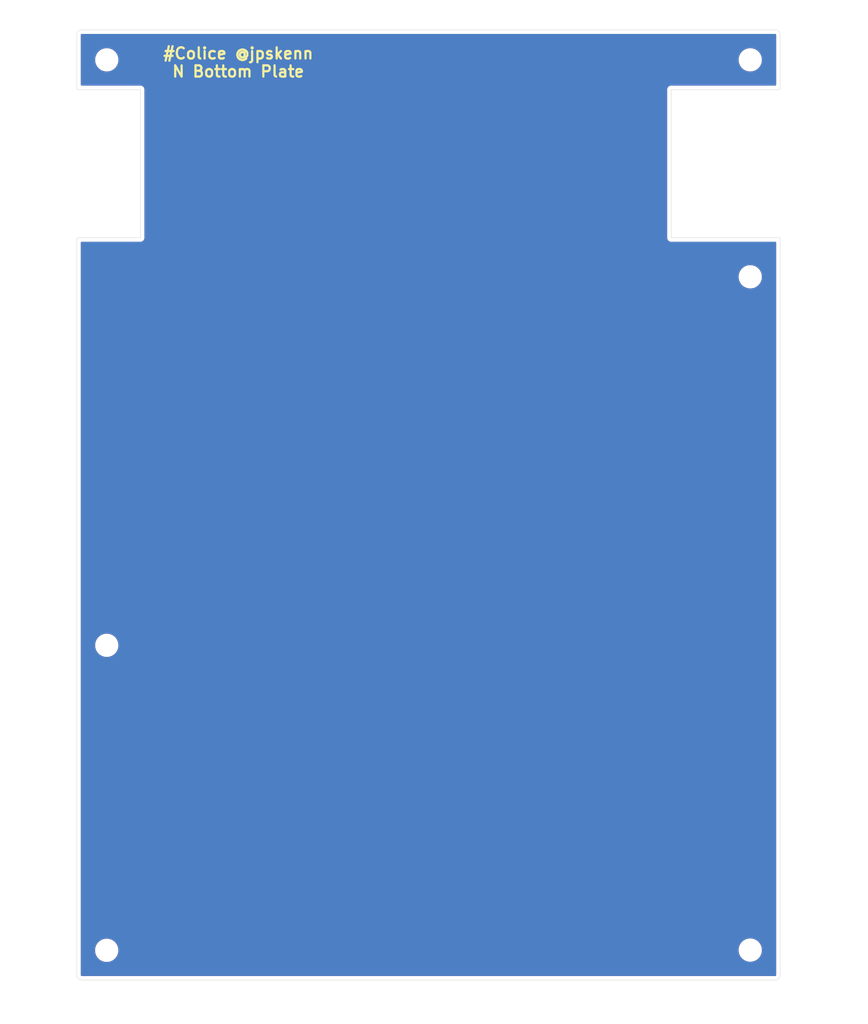
<source format=kicad_pcb>
(kicad_pcb (version 20171130) (host pcbnew "(5.1.5-0-10_14)")

  (general
    (thickness 1.6)
    (drawings 54)
    (tracks 0)
    (zones 0)
    (modules 6)
    (nets 1)
  )

  (page A4)
  (layers
    (0 F.Cu signal)
    (31 B.Cu signal)
    (32 B.Adhes user)
    (33 F.Adhes user)
    (34 B.Paste user)
    (35 F.Paste user)
    (36 B.SilkS user)
    (37 F.SilkS user)
    (38 B.Mask user)
    (39 F.Mask user)
    (40 Dwgs.User user)
    (41 Cmts.User user)
    (42 Eco1.User user)
    (43 Eco2.User user)
    (44 Edge.Cuts user)
    (45 Margin user)
    (46 B.CrtYd user)
    (47 F.CrtYd user)
    (48 B.Fab user)
    (49 F.Fab user)
  )

  (setup
    (last_trace_width 0.25)
    (trace_clearance 0.2)
    (zone_clearance 0.508)
    (zone_45_only no)
    (trace_min 0.2)
    (via_size 0.8)
    (via_drill 0.4)
    (via_min_size 0.4)
    (via_min_drill 0.3)
    (uvia_size 0.3)
    (uvia_drill 0.1)
    (uvias_allowed no)
    (uvia_min_size 0.2)
    (uvia_min_drill 0.1)
    (edge_width 0.05)
    (segment_width 0.2)
    (pcb_text_width 0.3)
    (pcb_text_size 1.5 1.5)
    (mod_edge_width 0.12)
    (mod_text_size 1 1)
    (mod_text_width 0.15)
    (pad_size 1.524 1.524)
    (pad_drill 0.762)
    (pad_to_mask_clearance 0.051)
    (solder_mask_min_width 0.25)
    (aux_axis_origin 0 0)
    (visible_elements FFFFFF7F)
    (pcbplotparams
      (layerselection 0x010fc_ffffffff)
      (usegerberextensions true)
      (usegerberattributes false)
      (usegerberadvancedattributes false)
      (creategerberjobfile false)
      (excludeedgelayer true)
      (linewidth 0.100000)
      (plotframeref false)
      (viasonmask false)
      (mode 1)
      (useauxorigin false)
      (hpglpennumber 1)
      (hpglpenspeed 20)
      (hpglpendiameter 15.000000)
      (psnegative false)
      (psa4output false)
      (plotreference true)
      (plotvalue true)
      (plotinvisibletext false)
      (padsonsilk false)
      (subtractmaskfromsilk false)
      (outputformat 1)
      (mirror false)
      (drillshape 0)
      (scaleselection 1)
      (outputdirectory "garber/"))
  )

  (net 0 "")

  (net_class Default "これはデフォルトのネット クラスです。"
    (clearance 0.2)
    (trace_width 0.25)
    (via_dia 0.8)
    (via_drill 0.4)
    (uvia_dia 0.3)
    (uvia_drill 0.1)
  )

  (module MountingHole:MountingHole_2.1mm (layer F.Cu) (tedit 5B924765) (tstamp 5EBCBD98)
    (at 170.98 153.46)
    (descr "Mounting Hole 2.1mm, no annular")
    (tags "mounting hole 2.1mm no annular")
    (attr virtual)
    (fp_text reference REF** (at 0 -3.2) (layer F.SilkS) hide
      (effects (font (size 1 1) (thickness 0.15)))
    )
    (fp_text value MountingHole_2.1mm (at 0 3.2) (layer F.Fab)
      (effects (font (size 1 1) (thickness 0.15)))
    )
    (fp_text user %R (at 0.3 0) (layer F.Fab)
      (effects (font (size 1 1) (thickness 0.15)))
    )
    (fp_circle (center 0 0) (end 2.1 0) (layer Cmts.User) (width 0.15))
    (fp_circle (center 0 0) (end 2.35 0) (layer F.CrtYd) (width 0.05))
    (pad "" np_thru_hole circle (at 0 0) (size 2.1 2.1) (drill 2.1) (layers *.Cu *.Mask))
  )

  (module MountingHole:MountingHole_2.1mm (layer F.Cu) (tedit 5B924765) (tstamp 5EBCBD98)
    (at 84.92 153.49)
    (descr "Mounting Hole 2.1mm, no annular")
    (tags "mounting hole 2.1mm no annular")
    (attr virtual)
    (fp_text reference REF** (at 0 -3.2) (layer F.SilkS) hide
      (effects (font (size 1 1) (thickness 0.15)))
    )
    (fp_text value MountingHole_2.1mm (at 0 3.2) (layer F.Fab)
      (effects (font (size 1 1) (thickness 0.15)))
    )
    (fp_text user %R (at 0.3 0) (layer F.Fab)
      (effects (font (size 1 1) (thickness 0.15)))
    )
    (fp_circle (center 0 0) (end 2.1 0) (layer Cmts.User) (width 0.15))
    (fp_circle (center 0 0) (end 2.35 0) (layer F.CrtYd) (width 0.05))
    (pad "" np_thru_hole circle (at 0 0) (size 2.1 2.1) (drill 2.1) (layers *.Cu *.Mask))
  )

  (module MountingHole:MountingHole_2.1mm (layer F.Cu) (tedit 5B924765) (tstamp 5EBCBD98)
    (at 84.93 112.72)
    (descr "Mounting Hole 2.1mm, no annular")
    (tags "mounting hole 2.1mm no annular")
    (attr virtual)
    (fp_text reference REF** (at 0 -3.2) (layer F.SilkS) hide
      (effects (font (size 1 1) (thickness 0.15)))
    )
    (fp_text value MountingHole_2.1mm (at 0 3.2) (layer F.Fab)
      (effects (font (size 1 1) (thickness 0.15)))
    )
    (fp_text user %R (at 0.3 0) (layer F.Fab)
      (effects (font (size 1 1) (thickness 0.15)))
    )
    (fp_circle (center 0 0) (end 2.1 0) (layer Cmts.User) (width 0.15))
    (fp_circle (center 0 0) (end 2.35 0) (layer F.CrtYd) (width 0.05))
    (pad "" np_thru_hole circle (at 0 0) (size 2.1 2.1) (drill 2.1) (layers *.Cu *.Mask))
  )

  (module MountingHole:MountingHole_2.1mm (layer F.Cu) (tedit 5B924765) (tstamp 5EBCBD98)
    (at 84.93 34.46)
    (descr "Mounting Hole 2.1mm, no annular")
    (tags "mounting hole 2.1mm no annular")
    (attr virtual)
    (fp_text reference REF** (at 0 -3.2) (layer F.SilkS) hide
      (effects (font (size 1 1) (thickness 0.15)))
    )
    (fp_text value MountingHole_2.1mm (at 0 3.2) (layer F.Fab)
      (effects (font (size 1 1) (thickness 0.15)))
    )
    (fp_text user %R (at 0.3 0) (layer F.Fab)
      (effects (font (size 1 1) (thickness 0.15)))
    )
    (fp_circle (center 0 0) (end 2.1 0) (layer Cmts.User) (width 0.15))
    (fp_circle (center 0 0) (end 2.35 0) (layer F.CrtYd) (width 0.05))
    (pad "" np_thru_hole circle (at 0 0) (size 2.1 2.1) (drill 2.1) (layers *.Cu *.Mask))
  )

  (module MountingHole:MountingHole_2.1mm (layer F.Cu) (tedit 5B924765) (tstamp 5EBCBD98)
    (at 170.98 63.46)
    (descr "Mounting Hole 2.1mm, no annular")
    (tags "mounting hole 2.1mm no annular")
    (attr virtual)
    (fp_text reference REF** (at 0 -3.2) (layer F.SilkS) hide
      (effects (font (size 1 1) (thickness 0.15)))
    )
    (fp_text value MountingHole_2.1mm (at 0 3.2) (layer F.Fab)
      (effects (font (size 1 1) (thickness 0.15)))
    )
    (fp_text user %R (at 0.3 0) (layer F.Fab)
      (effects (font (size 1 1) (thickness 0.15)))
    )
    (fp_circle (center 0 0) (end 2.1 0) (layer Cmts.User) (width 0.15))
    (fp_circle (center 0 0) (end 2.35 0) (layer F.CrtYd) (width 0.05))
    (pad "" np_thru_hole circle (at 0 0) (size 2.1 2.1) (drill 2.1) (layers *.Cu *.Mask))
  )

  (module MountingHole:MountingHole_2.1mm (layer F.Cu) (tedit 5B924765) (tstamp 5EBCBD87)
    (at 170.98 34.46)
    (descr "Mounting Hole 2.1mm, no annular")
    (tags "mounting hole 2.1mm no annular")
    (attr virtual)
    (fp_text reference REF** (at 0 -3.2) (layer F.SilkS) hide
      (effects (font (size 1 1) (thickness 0.15)))
    )
    (fp_text value MountingHole_2.1mm (at 0 3.2) (layer F.Fab)
      (effects (font (size 1 1) (thickness 0.15)))
    )
    (fp_circle (center 0 0) (end 2.35 0) (layer F.CrtYd) (width 0.05))
    (fp_circle (center 0 0) (end 2.1 0) (layer Cmts.User) (width 0.15))
    (fp_text user %R (at 0.3 0) (layer F.Fab)
      (effects (font (size 1 1) (thickness 0.15)))
    )
    (pad "" np_thru_hole circle (at 0 0) (size 2.1 2.1) (drill 2.1) (layers *.Cu *.Mask))
  )

  (gr_text "#Colice @jpskenn\nN Bottom Plate" (at 102.51 34.81) (layer F.SilkS)
    (effects (font (size 1.5 1.5) (thickness 0.3)))
  )
  (gr_curve (pts (xy 81.565227 30.459983) (xy 81.39547 30.459983) (xy 81.232656 30.527378) (xy 81.112599 30.647435)) (layer Edge.Cuts) (width 0.05))
  (gr_curve (pts (xy 80.925147 38.276156) (xy 80.925147 38.364548) (xy 80.996859 38.436176) (xy 81.085167 38.436176)) (layer Edge.Cuts) (width 0.05))
  (gr_curve (pts (xy 174.81794 38.436176) (xy 174.905993 38.436176) (xy 174.97796 38.364548) (xy 174.97796 38.276156)) (layer Edge.Cuts) (width 0.05))
  (gr_curve (pts (xy 174.97796 58.401253) (xy 174.97796 58.312861) (xy 174.905993 58.241233) (xy 174.81794 58.241233)) (layer Edge.Cuts) (width 0.05))
  (gr_curve (pts (xy 81.112599 30.647435) (xy 80.992626 30.767492) (xy 80.925147 30.930222) (xy 80.925147 31.099978)) (layer Edge.Cuts) (width 0.05))
  (gr_curve (pts (xy 80.925147 31.099978) (xy 80.925147 32.800508) (xy 80.925147 37.363957) (xy 80.925147 38.276156)) (layer Edge.Cuts) (width 0.05))
  (gr_curve (pts (xy 84.927 154.49157) (xy 84.373619 154.49157) (xy 83.925225 154.043683) (xy 83.925225 153.49081)) (layer Edge.Cuts) (width 0.05))
  (gr_curve (pts (xy 171.97822 153.459483) (xy 171.97822 154.012356) (xy 171.529487 154.460243) (xy 170.98 154.460243)) (layer Edge.Cuts) (width 0.05))
  (gr_curve (pts (xy 174.97796 38.276156) (xy 174.97796 37.363957) (xy 174.97796 32.800508) (xy 174.97796 31.099978)) (layer Edge.Cuts) (width 0.05))
  (gr_line (start 160.40344 38.436176) (end 174.81794 38.436176) (layer Edge.Cuts) (width 0.05))
  (gr_curve (pts (xy 174.97796 156.819903) (xy 174.97796 148.538656) (xy 174.97796 62.610626) (xy 174.97796 58.401253)) (layer Edge.Cuts) (width 0.05))
  (gr_line (start 160.40344 58.241233) (end 160.40344 38.436176) (layer Edge.Cuts) (width 0.05))
  (gr_curve (pts (xy 83.925225 112.717883) (xy 83.925225 112.166703) (xy 84.373619 111.71797) (xy 84.927 111.71797)) (layer Edge.Cuts) (width 0.05))
  (gr_curve (pts (xy 174.33788 157.459983) (xy 174.69094 157.459983) (xy 174.97796 157.17381) (xy 174.97796 156.819903)) (layer Edge.Cuts) (width 0.05))
  (gr_curve (pts (xy 170.98 152.45957) (xy 171.529487 152.45957) (xy 171.97822 152.908303) (xy 171.97822 153.459483)) (layer Edge.Cuts) (width 0.05))
  (gr_curve (pts (xy 84.927 113.718643) (xy 84.373619 113.718643) (xy 83.925225 113.270756) (xy 83.925225 112.717883)) (layer Edge.Cuts) (width 0.05))
  (gr_curve (pts (xy 169.977547 153.459483) (xy 169.977547 152.908303) (xy 170.42628 152.45957) (xy 170.98 152.45957)) (layer Edge.Cuts) (width 0.05))
  (gr_curve (pts (xy 174.33788 30.459983) (xy 166.511293 30.459983) (xy 89.392067 30.459983) (xy 81.565227 30.459983)) (layer Edge.Cuts) (width 0.05))
  (gr_curve (pts (xy 83.925225 153.49081) (xy 83.925225 152.93963) (xy 84.373619 152.490896) (xy 84.927 152.490896)) (layer Edge.Cuts) (width 0.05))
  (gr_curve (pts (xy 174.790847 30.647435) (xy 174.67062 30.527378) (xy 174.507213 30.459983) (xy 174.33788 30.459983)) (layer Edge.Cuts) (width 0.05))
  (gr_line (start 170.98 154.460243) (end 170.98 154.460243) (layer Edge.Cuts) (width 0.05))
  (gr_curve (pts (xy 170.98 154.460243) (xy 170.42628 154.460243) (xy 169.977547 154.012356) (xy 169.977547 153.459483)) (layer Edge.Cuts) (width 0.05))
  (gr_line (start 170.98 35.459973) (end 170.98 35.459973) (layer Edge.Cuts) (width 0.05))
  (gr_curve (pts (xy 85.925221 34.459806) (xy 85.925221 35.012679) (xy 85.476741 35.459973) (xy 84.927 35.459973)) (layer Edge.Cuts) (width 0.05))
  (gr_curve (pts (xy 81.085167 58.241233) (xy 80.996859 58.241233) (xy 80.925147 58.312861) (xy 80.925147 58.401253)) (layer Edge.Cuts) (width 0.05))
  (gr_curve (pts (xy 81.565227 157.459983) (xy 89.392067 157.459983) (xy 166.511293 157.459983) (xy 174.33788 157.459983)) (layer Edge.Cuts) (width 0.05))
  (gr_curve (pts (xy 80.925147 58.401253) (xy 80.925147 62.610626) (xy 80.925147 148.538656) (xy 80.925147 156.819903)) (layer Edge.Cuts) (width 0.05))
  (gr_curve (pts (xy 81.085167 38.436176) (xy 82.254075 38.436176) (xy 89.43203 38.436176) (xy 89.43203 38.436176)) (layer Edge.Cuts) (width 0.05))
  (gr_line (start 174.97796 31.099978) (end 174.97796 31.099978) (layer Edge.Cuts) (width 0.05))
  (gr_curve (pts (xy 170.98 33.459977) (xy 171.529487 33.459977) (xy 171.97822 33.907948) (xy 171.97822 34.459806)) (layer Edge.Cuts) (width 0.05))
  (gr_curve (pts (xy 174.97796 31.099978) (xy 174.97796 30.930222) (xy 174.910227 30.767492) (xy 174.790847 30.647435)) (layer Edge.Cuts) (width 0.05))
  (gr_line (start 89.43203 58.241233) (end 81.085167 58.241233) (layer Edge.Cuts) (width 0.05))
  (gr_curve (pts (xy 171.97822 34.459806) (xy 171.97822 35.012679) (xy 171.529487 35.459973) (xy 170.98 35.459973)) (layer Edge.Cuts) (width 0.05))
  (gr_curve (pts (xy 170.98 62.460004) (xy 171.529487 62.460004) (xy 171.97822 62.907975) (xy 171.97822 63.459832)) (layer Edge.Cuts) (width 0.05))
  (gr_curve (pts (xy 85.925221 112.717883) (xy 85.925221 113.270756) (xy 85.476741 113.718643) (xy 84.927 113.718643)) (layer Edge.Cuts) (width 0.05))
  (gr_line (start 89.43203 38.436176) (end 89.43203 58.241233) (layer Edge.Cuts) (width 0.05))
  (gr_curve (pts (xy 171.97822 63.459832) (xy 171.97822 64.012706) (xy 171.529487 64.46) (xy 170.98 64.46)) (layer Edge.Cuts) (width 0.05))
  (gr_curve (pts (xy 169.977547 34.459806) (xy 169.977547 33.907948) (xy 170.42628 33.459977) (xy 170.98 33.459977)) (layer Edge.Cuts) (width 0.05))
  (gr_curve (pts (xy 174.81794 58.241233) (xy 173.23298 58.241233) (xy 160.40344 58.241233) (xy 160.40344 58.241233)) (layer Edge.Cuts) (width 0.05))
  (gr_curve (pts (xy 84.927 152.490896) (xy 85.476741 152.490896) (xy 85.925221 152.93963) (xy 85.925221 153.49081)) (layer Edge.Cuts) (width 0.05))
  (gr_curve (pts (xy 84.927 111.71797) (xy 85.476741 111.71797) (xy 85.925221 112.166703) (xy 85.925221 112.717883)) (layer Edge.Cuts) (width 0.05))
  (gr_curve (pts (xy 85.925221 153.49081) (xy 85.925221 154.043683) (xy 85.476741 154.49157) (xy 84.927 154.49157)) (layer Edge.Cuts) (width 0.05))
  (gr_curve (pts (xy 170.98 35.459973) (xy 170.42628 35.459973) (xy 169.977547 35.012679) (xy 169.977547 34.459806)) (layer Edge.Cuts) (width 0.05))
  (gr_line (start 84.927 113.718643) (end 84.927 113.718643) (layer Edge.Cuts) (width 0.05))
  (gr_curve (pts (xy 80.925147 156.819903) (xy 80.925147 157.17381) (xy 81.211743 157.459983) (xy 81.565227 157.459983)) (layer Edge.Cuts) (width 0.05))
  (gr_curve (pts (xy 84.927 35.459973) (xy 84.373619 35.459973) (xy 83.925225 35.012679) (xy 83.925225 34.459806)) (layer Edge.Cuts) (width 0.05))
  (gr_curve (pts (xy 84.927 33.459977) (xy 85.476741 33.459977) (xy 85.925221 33.907948) (xy 85.925221 34.459806)) (layer Edge.Cuts) (width 0.05))
  (gr_line (start 84.927 35.459973) (end 84.927 35.459973) (layer Edge.Cuts) (width 0.05))
  (gr_curve (pts (xy 83.925225 34.459806) (xy 83.925225 33.907948) (xy 84.373619 33.459977) (xy 84.927 33.459977)) (layer Edge.Cuts) (width 0.05))
  (gr_curve (pts (xy 169.977547 63.459832) (xy 169.977547 62.907975) (xy 170.42628 62.460004) (xy 170.98 62.460004)) (layer Edge.Cuts) (width 0.05))
  (gr_line (start 170.98 64.46) (end 170.98 64.46) (layer Edge.Cuts) (width 0.05))
  (gr_line (start 84.927 154.49157) (end 84.927 154.49157) (layer Edge.Cuts) (width 0.05))
  (gr_curve (pts (xy 170.98 64.46) (xy 170.42628 64.46) (xy 169.977547 64.012706) (xy 169.977547 63.459832)) (layer Edge.Cuts) (width 0.05))

  (zone (net 0) (net_name "") (layer F.Cu) (tstamp 5EBCBE4C) (hatch edge 0.508)
    (connect_pads (clearance 0.508))
    (min_thickness 0.254)
    (fill yes (arc_segments 32) (thermal_gap 0.508) (thermal_bridge_width 0.508))
    (polygon
      (pts
        (xy 185.57 162) (xy 71.11 161.77) (xy 73.43 27.38) (xy 184.42 27.15)
      )
    )
    (filled_polygon
      (pts
        (xy 174.31796 31.132397) (xy 174.31796 37.776176) (xy 160.435859 37.776176) (xy 160.40344 37.772983) (xy 160.371021 37.776176)
        (xy 160.274057 37.785726) (xy 160.149647 37.823466) (xy 160.03499 37.884751) (xy 159.934492 37.967228) (xy 159.852015 38.067726)
        (xy 159.79073 38.182383) (xy 159.75299 38.306793) (xy 159.740247 38.436176) (xy 159.743441 38.468605) (xy 159.74344 58.273651)
        (xy 159.75299 58.370615) (xy 159.79073 58.495025) (xy 159.852015 58.609682) (xy 159.934492 58.710181) (xy 160.03499 58.792658)
        (xy 160.149647 58.853943) (xy 160.274057 58.891683) (xy 160.40344 58.904426) (xy 160.435859 58.901233) (xy 174.31796 58.901233)
        (xy 174.31796 156.799983) (xy 81.585147 156.799983) (xy 81.585147 153.324042) (xy 83.235 153.324042) (xy 83.235 153.655958)
        (xy 83.299754 153.981496) (xy 83.426772 154.288147) (xy 83.611175 154.564125) (xy 83.845875 154.798825) (xy 84.121853 154.983228)
        (xy 84.428504 155.110246) (xy 84.754042 155.175) (xy 85.085958 155.175) (xy 85.411496 155.110246) (xy 85.718147 154.983228)
        (xy 85.994125 154.798825) (xy 86.228825 154.564125) (xy 86.413228 154.288147) (xy 86.540246 153.981496) (xy 86.605 153.655958)
        (xy 86.605 153.324042) (xy 86.599033 153.294042) (xy 169.295 153.294042) (xy 169.295 153.625958) (xy 169.359754 153.951496)
        (xy 169.486772 154.258147) (xy 169.671175 154.534125) (xy 169.905875 154.768825) (xy 170.181853 154.953228) (xy 170.488504 155.080246)
        (xy 170.814042 155.145) (xy 171.145958 155.145) (xy 171.471496 155.080246) (xy 171.778147 154.953228) (xy 172.054125 154.768825)
        (xy 172.288825 154.534125) (xy 172.473228 154.258147) (xy 172.600246 153.951496) (xy 172.665 153.625958) (xy 172.665 153.294042)
        (xy 172.600246 152.968504) (xy 172.473228 152.661853) (xy 172.288825 152.385875) (xy 172.054125 152.151175) (xy 171.778147 151.966772)
        (xy 171.471496 151.839754) (xy 171.145958 151.775) (xy 170.814042 151.775) (xy 170.488504 151.839754) (xy 170.181853 151.966772)
        (xy 169.905875 152.151175) (xy 169.671175 152.385875) (xy 169.486772 152.661853) (xy 169.359754 152.968504) (xy 169.295 153.294042)
        (xy 86.599033 153.294042) (xy 86.540246 152.998504) (xy 86.413228 152.691853) (xy 86.228825 152.415875) (xy 85.994125 152.181175)
        (xy 85.718147 151.996772) (xy 85.411496 151.869754) (xy 85.085958 151.805) (xy 84.754042 151.805) (xy 84.428504 151.869754)
        (xy 84.121853 151.996772) (xy 83.845875 152.181175) (xy 83.611175 152.415875) (xy 83.426772 152.691853) (xy 83.299754 152.998504)
        (xy 83.235 153.324042) (xy 81.585147 153.324042) (xy 81.585147 112.554042) (xy 83.245 112.554042) (xy 83.245 112.885958)
        (xy 83.309754 113.211496) (xy 83.436772 113.518147) (xy 83.621175 113.794125) (xy 83.855875 114.028825) (xy 84.131853 114.213228)
        (xy 84.438504 114.340246) (xy 84.764042 114.405) (xy 85.095958 114.405) (xy 85.421496 114.340246) (xy 85.728147 114.213228)
        (xy 86.004125 114.028825) (xy 86.238825 113.794125) (xy 86.423228 113.518147) (xy 86.550246 113.211496) (xy 86.615 112.885958)
        (xy 86.615 112.554042) (xy 86.550246 112.228504) (xy 86.423228 111.921853) (xy 86.238825 111.645875) (xy 86.004125 111.411175)
        (xy 85.728147 111.226772) (xy 85.421496 111.099754) (xy 85.095958 111.035) (xy 84.764042 111.035) (xy 84.438504 111.099754)
        (xy 84.131853 111.226772) (xy 83.855875 111.411175) (xy 83.621175 111.645875) (xy 83.436772 111.921853) (xy 83.309754 112.228504)
        (xy 83.245 112.554042) (xy 81.585147 112.554042) (xy 81.585147 63.294042) (xy 169.295 63.294042) (xy 169.295 63.625958)
        (xy 169.359754 63.951496) (xy 169.486772 64.258147) (xy 169.671175 64.534125) (xy 169.905875 64.768825) (xy 170.181853 64.953228)
        (xy 170.488504 65.080246) (xy 170.814042 65.145) (xy 171.145958 65.145) (xy 171.471496 65.080246) (xy 171.778147 64.953228)
        (xy 172.054125 64.768825) (xy 172.288825 64.534125) (xy 172.473228 64.258147) (xy 172.600246 63.951496) (xy 172.665 63.625958)
        (xy 172.665 63.294042) (xy 172.600246 62.968504) (xy 172.473228 62.661853) (xy 172.288825 62.385875) (xy 172.054125 62.151175)
        (xy 171.778147 61.966772) (xy 171.471496 61.839754) (xy 171.145958 61.775) (xy 170.814042 61.775) (xy 170.488504 61.839754)
        (xy 170.181853 61.966772) (xy 169.905875 62.151175) (xy 169.671175 62.385875) (xy 169.486772 62.661853) (xy 169.359754 62.968504)
        (xy 169.295 63.294042) (xy 81.585147 63.294042) (xy 81.585147 58.901233) (xy 89.399611 58.901233) (xy 89.43203 58.904426)
        (xy 89.464449 58.901233) (xy 89.466054 58.901075) (xy 89.561413 58.891683) (xy 89.685823 58.853943) (xy 89.80048 58.792658)
        (xy 89.900978 58.710181) (xy 89.983455 58.609683) (xy 90.04474 58.495026) (xy 90.08248 58.370616) (xy 90.09203 58.273652)
        (xy 90.09203 58.273651) (xy 90.095223 58.241233) (xy 90.09203 58.208814) (xy 90.09203 38.403757) (xy 90.08248 38.306793)
        (xy 90.04474 38.182383) (xy 89.983455 38.067726) (xy 89.900978 37.967228) (xy 89.800479 37.884751) (xy 89.685822 37.823466)
        (xy 89.561412 37.785726) (xy 89.43203 37.772983) (xy 89.399611 37.776176) (xy 81.585147 37.776176) (xy 81.585147 34.294042)
        (xy 83.245 34.294042) (xy 83.245 34.625958) (xy 83.309754 34.951496) (xy 83.436772 35.258147) (xy 83.621175 35.534125)
        (xy 83.855875 35.768825) (xy 84.131853 35.953228) (xy 84.438504 36.080246) (xy 84.764042 36.145) (xy 85.095958 36.145)
        (xy 85.421496 36.080246) (xy 85.728147 35.953228) (xy 86.004125 35.768825) (xy 86.238825 35.534125) (xy 86.423228 35.258147)
        (xy 86.550246 34.951496) (xy 86.615 34.625958) (xy 86.615 34.294042) (xy 169.295 34.294042) (xy 169.295 34.625958)
        (xy 169.359754 34.951496) (xy 169.486772 35.258147) (xy 169.671175 35.534125) (xy 169.905875 35.768825) (xy 170.181853 35.953228)
        (xy 170.488504 36.080246) (xy 170.814042 36.145) (xy 171.145958 36.145) (xy 171.471496 36.080246) (xy 171.778147 35.953228)
        (xy 172.054125 35.768825) (xy 172.288825 35.534125) (xy 172.473228 35.258147) (xy 172.600246 34.951496) (xy 172.665 34.625958)
        (xy 172.665 34.294042) (xy 172.600246 33.968504) (xy 172.473228 33.661853) (xy 172.288825 33.385875) (xy 172.054125 33.151175)
        (xy 171.778147 32.966772) (xy 171.471496 32.839754) (xy 171.145958 32.775) (xy 170.814042 32.775) (xy 170.488504 32.839754)
        (xy 170.181853 32.966772) (xy 169.905875 33.151175) (xy 169.671175 33.385875) (xy 169.486772 33.661853) (xy 169.359754 33.968504)
        (xy 169.295 34.294042) (xy 86.615 34.294042) (xy 86.550246 33.968504) (xy 86.423228 33.661853) (xy 86.238825 33.385875)
        (xy 86.004125 33.151175) (xy 85.728147 32.966772) (xy 85.421496 32.839754) (xy 85.095958 32.775) (xy 84.764042 32.775)
        (xy 84.438504 32.839754) (xy 84.131853 32.966772) (xy 83.855875 33.151175) (xy 83.621175 33.385875) (xy 83.436772 33.661853)
        (xy 83.309754 33.968504) (xy 83.245 34.294042) (xy 81.585147 34.294042) (xy 81.585147 31.119983) (xy 174.316737 31.119983)
      )
    )
  )
  (zone (net 0) (net_name "") (layer B.Cu) (tstamp 5EBCBE49) (hatch edge 0.508)
    (connect_pads (clearance 0.508))
    (min_thickness 0.254)
    (fill yes (arc_segments 32) (thermal_gap 0.508) (thermal_bridge_width 0.508))
    (polygon
      (pts
        (xy 186.73 162.47) (xy 70.65 163.39) (xy 72.04 27.38) (xy 186.73 26.46)
      )
    )
    (filled_polygon
      (pts
        (xy 174.31796 31.132397) (xy 174.31796 37.776176) (xy 160.435859 37.776176) (xy 160.40344 37.772983) (xy 160.371021 37.776176)
        (xy 160.274057 37.785726) (xy 160.149647 37.823466) (xy 160.03499 37.884751) (xy 159.934492 37.967228) (xy 159.852015 38.067726)
        (xy 159.79073 38.182383) (xy 159.75299 38.306793) (xy 159.740247 38.436176) (xy 159.743441 38.468605) (xy 159.74344 58.273651)
        (xy 159.75299 58.370615) (xy 159.79073 58.495025) (xy 159.852015 58.609682) (xy 159.934492 58.710181) (xy 160.03499 58.792658)
        (xy 160.149647 58.853943) (xy 160.274057 58.891683) (xy 160.40344 58.904426) (xy 160.435859 58.901233) (xy 174.31796 58.901233)
        (xy 174.31796 156.799983) (xy 81.585147 156.799983) (xy 81.585147 153.324042) (xy 83.235 153.324042) (xy 83.235 153.655958)
        (xy 83.299754 153.981496) (xy 83.426772 154.288147) (xy 83.611175 154.564125) (xy 83.845875 154.798825) (xy 84.121853 154.983228)
        (xy 84.428504 155.110246) (xy 84.754042 155.175) (xy 85.085958 155.175) (xy 85.411496 155.110246) (xy 85.718147 154.983228)
        (xy 85.994125 154.798825) (xy 86.228825 154.564125) (xy 86.413228 154.288147) (xy 86.540246 153.981496) (xy 86.605 153.655958)
        (xy 86.605 153.324042) (xy 86.599033 153.294042) (xy 169.295 153.294042) (xy 169.295 153.625958) (xy 169.359754 153.951496)
        (xy 169.486772 154.258147) (xy 169.671175 154.534125) (xy 169.905875 154.768825) (xy 170.181853 154.953228) (xy 170.488504 155.080246)
        (xy 170.814042 155.145) (xy 171.145958 155.145) (xy 171.471496 155.080246) (xy 171.778147 154.953228) (xy 172.054125 154.768825)
        (xy 172.288825 154.534125) (xy 172.473228 154.258147) (xy 172.600246 153.951496) (xy 172.665 153.625958) (xy 172.665 153.294042)
        (xy 172.600246 152.968504) (xy 172.473228 152.661853) (xy 172.288825 152.385875) (xy 172.054125 152.151175) (xy 171.778147 151.966772)
        (xy 171.471496 151.839754) (xy 171.145958 151.775) (xy 170.814042 151.775) (xy 170.488504 151.839754) (xy 170.181853 151.966772)
        (xy 169.905875 152.151175) (xy 169.671175 152.385875) (xy 169.486772 152.661853) (xy 169.359754 152.968504) (xy 169.295 153.294042)
        (xy 86.599033 153.294042) (xy 86.540246 152.998504) (xy 86.413228 152.691853) (xy 86.228825 152.415875) (xy 85.994125 152.181175)
        (xy 85.718147 151.996772) (xy 85.411496 151.869754) (xy 85.085958 151.805) (xy 84.754042 151.805) (xy 84.428504 151.869754)
        (xy 84.121853 151.996772) (xy 83.845875 152.181175) (xy 83.611175 152.415875) (xy 83.426772 152.691853) (xy 83.299754 152.998504)
        (xy 83.235 153.324042) (xy 81.585147 153.324042) (xy 81.585147 112.554042) (xy 83.245 112.554042) (xy 83.245 112.885958)
        (xy 83.309754 113.211496) (xy 83.436772 113.518147) (xy 83.621175 113.794125) (xy 83.855875 114.028825) (xy 84.131853 114.213228)
        (xy 84.438504 114.340246) (xy 84.764042 114.405) (xy 85.095958 114.405) (xy 85.421496 114.340246) (xy 85.728147 114.213228)
        (xy 86.004125 114.028825) (xy 86.238825 113.794125) (xy 86.423228 113.518147) (xy 86.550246 113.211496) (xy 86.615 112.885958)
        (xy 86.615 112.554042) (xy 86.550246 112.228504) (xy 86.423228 111.921853) (xy 86.238825 111.645875) (xy 86.004125 111.411175)
        (xy 85.728147 111.226772) (xy 85.421496 111.099754) (xy 85.095958 111.035) (xy 84.764042 111.035) (xy 84.438504 111.099754)
        (xy 84.131853 111.226772) (xy 83.855875 111.411175) (xy 83.621175 111.645875) (xy 83.436772 111.921853) (xy 83.309754 112.228504)
        (xy 83.245 112.554042) (xy 81.585147 112.554042) (xy 81.585147 63.294042) (xy 169.295 63.294042) (xy 169.295 63.625958)
        (xy 169.359754 63.951496) (xy 169.486772 64.258147) (xy 169.671175 64.534125) (xy 169.905875 64.768825) (xy 170.181853 64.953228)
        (xy 170.488504 65.080246) (xy 170.814042 65.145) (xy 171.145958 65.145) (xy 171.471496 65.080246) (xy 171.778147 64.953228)
        (xy 172.054125 64.768825) (xy 172.288825 64.534125) (xy 172.473228 64.258147) (xy 172.600246 63.951496) (xy 172.665 63.625958)
        (xy 172.665 63.294042) (xy 172.600246 62.968504) (xy 172.473228 62.661853) (xy 172.288825 62.385875) (xy 172.054125 62.151175)
        (xy 171.778147 61.966772) (xy 171.471496 61.839754) (xy 171.145958 61.775) (xy 170.814042 61.775) (xy 170.488504 61.839754)
        (xy 170.181853 61.966772) (xy 169.905875 62.151175) (xy 169.671175 62.385875) (xy 169.486772 62.661853) (xy 169.359754 62.968504)
        (xy 169.295 63.294042) (xy 81.585147 63.294042) (xy 81.585147 58.901233) (xy 89.399611 58.901233) (xy 89.43203 58.904426)
        (xy 89.464449 58.901233) (xy 89.466054 58.901075) (xy 89.561413 58.891683) (xy 89.685823 58.853943) (xy 89.80048 58.792658)
        (xy 89.900978 58.710181) (xy 89.983455 58.609683) (xy 90.04474 58.495026) (xy 90.08248 58.370616) (xy 90.09203 58.273652)
        (xy 90.09203 58.273651) (xy 90.095223 58.241233) (xy 90.09203 58.208814) (xy 90.09203 38.403757) (xy 90.08248 38.306793)
        (xy 90.04474 38.182383) (xy 89.983455 38.067726) (xy 89.900978 37.967228) (xy 89.800479 37.884751) (xy 89.685822 37.823466)
        (xy 89.561412 37.785726) (xy 89.43203 37.772983) (xy 89.399611 37.776176) (xy 81.585147 37.776176) (xy 81.585147 34.294042)
        (xy 83.245 34.294042) (xy 83.245 34.625958) (xy 83.309754 34.951496) (xy 83.436772 35.258147) (xy 83.621175 35.534125)
        (xy 83.855875 35.768825) (xy 84.131853 35.953228) (xy 84.438504 36.080246) (xy 84.764042 36.145) (xy 85.095958 36.145)
        (xy 85.421496 36.080246) (xy 85.728147 35.953228) (xy 86.004125 35.768825) (xy 86.238825 35.534125) (xy 86.423228 35.258147)
        (xy 86.550246 34.951496) (xy 86.615 34.625958) (xy 86.615 34.294042) (xy 169.295 34.294042) (xy 169.295 34.625958)
        (xy 169.359754 34.951496) (xy 169.486772 35.258147) (xy 169.671175 35.534125) (xy 169.905875 35.768825) (xy 170.181853 35.953228)
        (xy 170.488504 36.080246) (xy 170.814042 36.145) (xy 171.145958 36.145) (xy 171.471496 36.080246) (xy 171.778147 35.953228)
        (xy 172.054125 35.768825) (xy 172.288825 35.534125) (xy 172.473228 35.258147) (xy 172.600246 34.951496) (xy 172.665 34.625958)
        (xy 172.665 34.294042) (xy 172.600246 33.968504) (xy 172.473228 33.661853) (xy 172.288825 33.385875) (xy 172.054125 33.151175)
        (xy 171.778147 32.966772) (xy 171.471496 32.839754) (xy 171.145958 32.775) (xy 170.814042 32.775) (xy 170.488504 32.839754)
        (xy 170.181853 32.966772) (xy 169.905875 33.151175) (xy 169.671175 33.385875) (xy 169.486772 33.661853) (xy 169.359754 33.968504)
        (xy 169.295 34.294042) (xy 86.615 34.294042) (xy 86.550246 33.968504) (xy 86.423228 33.661853) (xy 86.238825 33.385875)
        (xy 86.004125 33.151175) (xy 85.728147 32.966772) (xy 85.421496 32.839754) (xy 85.095958 32.775) (xy 84.764042 32.775)
        (xy 84.438504 32.839754) (xy 84.131853 32.966772) (xy 83.855875 33.151175) (xy 83.621175 33.385875) (xy 83.436772 33.661853)
        (xy 83.309754 33.968504) (xy 83.245 34.294042) (xy 81.585147 34.294042) (xy 81.585147 31.119983) (xy 174.316737 31.119983)
      )
    )
  )
)

</source>
